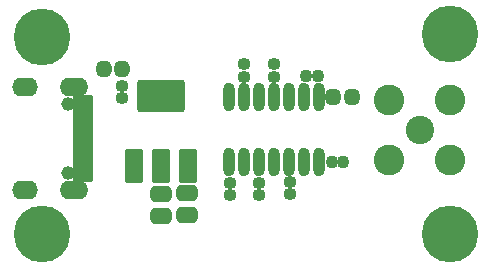
<source format=gbr>
%TF.GenerationSoftware,KiCad,Pcbnew,6.0.4-6f826c9f35~116~ubuntu20.04.1*%
%TF.CreationDate,2022-04-28T09:27:56+07:00*%
%TF.ProjectId,W2AEWPulseGenerator,57324145-5750-4756-9c73-6547656e6572,rev?*%
%TF.SameCoordinates,Original*%
%TF.FileFunction,Soldermask,Top*%
%TF.FilePolarity,Negative*%
%FSLAX46Y46*%
G04 Gerber Fmt 4.6, Leading zero omitted, Abs format (unit mm)*
G04 Created by KiCad (PCBNEW 6.0.4-6f826c9f35~116~ubuntu20.04.1) date 2022-04-28 09:27:56*
%MOMM*%
%LPD*%
G01*
G04 APERTURE LIST*
G04 Aperture macros list*
%AMRoundRect*
0 Rectangle with rounded corners*
0 $1 Rounding radius*
0 $2 $3 $4 $5 $6 $7 $8 $9 X,Y pos of 4 corners*
0 Add a 4 corners polygon primitive as box body*
4,1,4,$2,$3,$4,$5,$6,$7,$8,$9,$2,$3,0*
0 Add four circle primitives for the rounded corners*
1,1,$1+$1,$2,$3*
1,1,$1+$1,$4,$5*
1,1,$1+$1,$6,$7*
1,1,$1+$1,$8,$9*
0 Add four rect primitives between the rounded corners*
20,1,$1+$1,$2,$3,$4,$5,0*
20,1,$1+$1,$4,$5,$6,$7,0*
20,1,$1+$1,$6,$7,$8,$9,0*
20,1,$1+$1,$8,$9,$2,$3,0*%
G04 Aperture macros list end*
%ADD10C,1.100000*%
%ADD11C,4.800000*%
%ADD12RoundRect,0.450000X-0.475000X0.250000X-0.475000X-0.250000X0.475000X-0.250000X0.475000X0.250000X0*%
%ADD13RoundRect,0.200000X-0.550000X1.250000X-0.550000X-1.250000X0.550000X-1.250000X0.550000X1.250000X0*%
%ADD14RoundRect,0.200000X-1.800000X1.170000X-1.800000X-1.170000X1.800000X-1.170000X1.800000X1.170000X0*%
%ADD15RoundRect,0.335000X-0.185000X0.135000X-0.185000X-0.135000X0.185000X-0.135000X0.185000X0.135000X0*%
%ADD16RoundRect,0.335000X0.185000X-0.135000X0.185000X0.135000X-0.185000X0.135000X-0.185000X-0.135000X0*%
%ADD17C,2.401600*%
%ADD18C,2.601600*%
%ADD19RoundRect,0.340000X-0.140000X-0.170000X0.140000X-0.170000X0.140000X0.170000X-0.140000X0.170000X0*%
%ADD20C,1.150000*%
%ADD21O,2.400000X1.600000*%
%ADD22O,2.200000X1.600000*%
%ADD23RoundRect,0.200000X-0.650000X0.150000X-0.650000X-0.150000X0.650000X-0.150000X0.650000X0.150000X0*%
%ADD24RoundRect,0.450000X0.475000X-0.250000X0.475000X0.250000X-0.475000X0.250000X-0.475000X-0.250000X0*%
%ADD25RoundRect,0.418750X-0.218750X-0.256250X0.218750X-0.256250X0.218750X0.256250X-0.218750X0.256250X0*%
%ADD26RoundRect,0.335000X-0.135000X-0.185000X0.135000X-0.185000X0.135000X0.185000X-0.135000X0.185000X0*%
%ADD27RoundRect,0.425000X-0.225000X-0.250000X0.225000X-0.250000X0.225000X0.250000X-0.225000X0.250000X0*%
%ADD28O,0.970000X2.440000*%
G04 APERTURE END LIST*
D10*
%TO.C,H3*%
X136460000Y-82090000D03*
X135293274Y-82573274D03*
X134810000Y-83740000D03*
D11*
X136460000Y-83740000D03*
D10*
X137626726Y-82573274D03*
X136460000Y-85390000D03*
X135293274Y-84906726D03*
X138110000Y-83740000D03*
X137626726Y-84906726D03*
%TD*%
%TO.C,H4*%
X100823274Y-82573274D03*
X100823274Y-84906726D03*
X101990000Y-82090000D03*
X103156726Y-84906726D03*
X101990000Y-85390000D03*
X103640000Y-83740000D03*
X100340000Y-83740000D03*
D11*
X101990000Y-83740000D03*
D10*
X103156726Y-82573274D03*
%TD*%
D12*
%TO.C,C4*%
X114250000Y-80250000D03*
X114250000Y-82150000D03*
%TD*%
D13*
%TO.C,U2*%
X109700000Y-77970000D03*
X112000000Y-77970000D03*
X114300000Y-77970000D03*
D14*
X112000000Y-72030000D03*
%TD*%
D15*
%TO.C,R6*%
X117830600Y-79373000D03*
X117830600Y-80393000D03*
%TD*%
D16*
%TO.C,R7*%
X108730000Y-72230000D03*
X108730000Y-71210000D03*
%TD*%
D17*
%TO.C,X1*%
X133921150Y-74904600D03*
D18*
X131371250Y-72354700D03*
X136471050Y-72354700D03*
X136471050Y-77454500D03*
X131371250Y-77454500D03*
%TD*%
D19*
%TO.C,C2*%
X126494600Y-77647800D03*
X127454600Y-77647800D03*
%TD*%
D15*
%TO.C,R4*%
X122910600Y-79347600D03*
X122910600Y-80367600D03*
%TD*%
D16*
%TO.C,R3*%
X119075200Y-70387400D03*
X119075200Y-69367400D03*
%TD*%
D20*
%TO.C,USBC1*%
X104184600Y-72737900D03*
X104184600Y-78537900D03*
D21*
X104684600Y-71307900D03*
D22*
X100484600Y-79967900D03*
D21*
X104684600Y-79967900D03*
D22*
X100484600Y-71307900D03*
D23*
X105444600Y-72287900D03*
X105444600Y-73087900D03*
X105444600Y-74387900D03*
X105444600Y-75387900D03*
X105444600Y-75887900D03*
X105444600Y-76887900D03*
X105444600Y-78187900D03*
X105444600Y-78987900D03*
X105444600Y-78687900D03*
X105444600Y-77887900D03*
X105444600Y-77387900D03*
X105444600Y-76387900D03*
X105444600Y-74887900D03*
X105444600Y-73887900D03*
X105444600Y-73387900D03*
X105444600Y-72587900D03*
%TD*%
D24*
%TO.C,C3*%
X112000000Y-82200000D03*
X112000000Y-80300000D03*
%TD*%
D16*
%TO.C,R2*%
X121615200Y-70385400D03*
X121615200Y-69365400D03*
%TD*%
D15*
%TO.C,R5*%
X120345200Y-79373000D03*
X120345200Y-80393000D03*
%TD*%
D10*
%TO.C,H2*%
X103630000Y-67020000D03*
X101980000Y-68670000D03*
X100813274Y-68186726D03*
X100330000Y-67020000D03*
X101980000Y-65370000D03*
X103146726Y-68186726D03*
X103146726Y-65853274D03*
D11*
X101980000Y-67020000D03*
D10*
X100813274Y-65853274D03*
%TD*%
D25*
%TO.C,D1*%
X107182500Y-69710000D03*
X108757500Y-69710000D03*
%TD*%
D26*
%TO.C,R1*%
X124305600Y-70358000D03*
X125325600Y-70358000D03*
%TD*%
D11*
%TO.C,H1*%
X136520000Y-66820000D03*
D10*
X136520000Y-68470000D03*
X138170000Y-66820000D03*
X134870000Y-66820000D03*
X137686726Y-65653274D03*
X135353274Y-67986726D03*
X137686726Y-67986726D03*
X135353274Y-65653274D03*
X136520000Y-65170000D03*
%TD*%
D27*
%TO.C,C1*%
X126631400Y-72085200D03*
X128181400Y-72085200D03*
%TD*%
D28*
%TO.C,U1*%
X125425200Y-72109200D03*
X124155200Y-72109200D03*
X122885200Y-72109200D03*
X121615200Y-72109200D03*
X120345200Y-72109200D03*
X119075200Y-72109200D03*
X117805200Y-72109200D03*
X117805200Y-77649200D03*
X119075200Y-77649200D03*
X120345200Y-77649200D03*
X121615200Y-77649200D03*
X122885200Y-77649200D03*
X124155200Y-77649200D03*
X125425200Y-77649200D03*
%TD*%
M02*

</source>
